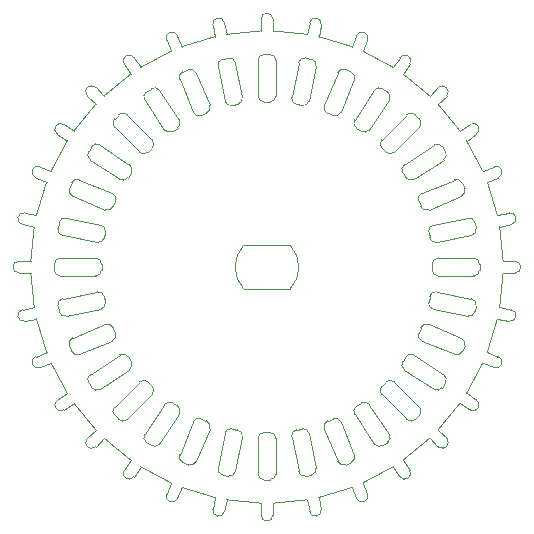
<source format=gko>
G04 #@! TF.GenerationSoftware,KiCad,Pcbnew,5.1.9+dfsg1-1~bpo10+1*
G04 #@! TF.CreationDate,2021-04-19T23:37:59+00:00*
G04 #@! TF.ProjectId,indexingWheel,696e6465-7869-46e6-9757-6865656c2e6b,rev?*
G04 #@! TF.SameCoordinates,Original*
G04 #@! TF.FileFunction,Profile,NP*
%FSLAX46Y46*%
G04 Gerber Fmt 4.6, Leading zero omitted, Abs format (unit mm)*
G04 Created by KiCad (PCBNEW 5.1.9+dfsg1-1~bpo10+1) date 2021-04-19 23:37:59*
%MOMM*%
%LPD*%
G01*
G04 APERTURE LIST*
G04 #@! TA.AperFunction,Profile*
%ADD10C,0.050000*%
G04 #@! TD*
G04 APERTURE END LIST*
D10*
X19707363Y3410261D02*
G75*
G02*
X19994000Y500000I-19707363J-3410261D01*
G01*
X19707000Y3410000D02*
X20694000Y3607000D01*
X18663114Y7189381D02*
G75*
G02*
X19512000Y4391000I-18663114J-7189381D01*
G01*
X16901526Y10691940D02*
G75*
G02*
X18280000Y8113000I-16901526J-10691940D01*
G01*
X14490794Y13784454D02*
G75*
G02*
X16346000Y11524000I-14490794J-13784454D01*
G01*
X11523520Y16346137D02*
G75*
G02*
X13784000Y14491000I-11523520J-16346137D01*
G01*
X8112991Y18280478D02*
G75*
G02*
X10692000Y16902000I-8112991J-18280478D01*
G01*
X4390640Y19511831D02*
G75*
G02*
X7189000Y18663000I-4390640J-19511831D01*
G01*
X499795Y19993603D02*
G75*
G02*
X3410000Y19707000I-499795J-19993603D01*
G01*
X-3410261Y19707363D02*
G75*
G02*
X-500000Y19994000I3410261J-19707363D01*
G01*
X-7189381Y18663114D02*
G75*
G02*
X-4391000Y19512000I7189381J-18663114D01*
G01*
X-10691940Y16901526D02*
G75*
G02*
X-8113000Y18280000I10691940J-16901526D01*
G01*
X-13784454Y14490794D02*
G75*
G02*
X-11524000Y16346000I13784454J-14490794D01*
G01*
X-16346137Y11523520D02*
G75*
G02*
X-14491000Y13784000I16346137J-11523520D01*
G01*
X-18280478Y8112991D02*
G75*
G02*
X-16902000Y10692000I18280478J-8112991D01*
G01*
X-19511831Y4390640D02*
G75*
G02*
X-18663000Y7189000I19511831J-4390640D01*
G01*
X-19993603Y499795D02*
G75*
G02*
X-19707000Y3410000I19993603J-499795D01*
G01*
X-19707363Y-3410261D02*
G75*
G02*
X-19994000Y-500000I19707363J3410261D01*
G01*
X-18663114Y-7189381D02*
G75*
G02*
X-19512000Y-4391000I18663114J7189381D01*
G01*
X-16901526Y-10691940D02*
G75*
G02*
X-18280000Y-8113000I16901526J10691940D01*
G01*
X-14490794Y-13784454D02*
G75*
G02*
X-16346000Y-11524000I14490794J13784454D01*
G01*
X-11523520Y-16346137D02*
G75*
G02*
X-13784000Y-14491000I11523520J16346137D01*
G01*
X-8112991Y-18280478D02*
G75*
G02*
X-10692000Y-16902000I8112991J18280478D01*
G01*
X-4390640Y-19511831D02*
G75*
G02*
X-7189000Y-18663000I4390640J19511831D01*
G01*
X-499795Y-19993603D02*
G75*
G02*
X-3410000Y-19707000I499795J19993603D01*
G01*
X3410261Y-19707363D02*
G75*
G02*
X500000Y-19994000I-3410261J19707363D01*
G01*
X7189381Y-18663114D02*
G75*
G02*
X4391000Y-19512000I-7189381J18663114D01*
G01*
X10691940Y-16901526D02*
G75*
G02*
X8113000Y-18280000I-10691940J16901526D01*
G01*
X13784454Y-14490794D02*
G75*
G02*
X11524000Y-16346000I-13784454J14490794D01*
G01*
X16346137Y-11523520D02*
G75*
G02*
X14491000Y-13784000I-16346137J11523520D01*
G01*
X18280478Y-8112991D02*
G75*
G02*
X16902000Y-10692000I-18280478J8112991D01*
G01*
X19511831Y-4390640D02*
G75*
G02*
X18663000Y-7189000I-19511831J4390640D01*
G01*
X19993603Y-499795D02*
G75*
G02*
X19707000Y-3410000I-19993603J499795D01*
G01*
X14500000Y750000D02*
X17500000Y750000D01*
X14000000Y250000D02*
G75*
G02*
X14500000Y750000I500000J0D01*
G01*
X17500000Y750000D02*
G75*
G02*
X18000000Y250000I0J-500000D01*
G01*
X14000000Y-250000D02*
X14000000Y250000D01*
X18000000Y250000D02*
X18000000Y-250000D01*
X14500009Y-750000D02*
G75*
G02*
X14000000Y-250000I-9J500000D01*
G01*
X18000000Y-250000D02*
G75*
G02*
X17500000Y-750000I-500000J0D01*
G01*
X17500000Y-750000D02*
X14500000Y-750000D01*
X14075000Y3564000D02*
X17017000Y4150000D01*
X13683000Y2976000D02*
G75*
G02*
X14075000Y3564000I490000J98000D01*
G01*
X17017000Y4149000D02*
G75*
G02*
X17605000Y3757000I98000J-490000D01*
G01*
X13780000Y2486000D02*
X13682000Y2976000D01*
X17605000Y3757000D02*
X17703000Y3266000D01*
X14368009Y2094002D02*
G75*
G02*
X13780000Y2486000I-98009J489998D01*
G01*
X17704000Y3266000D02*
G75*
G02*
X17310000Y2678000I-491000J-97000D01*
G01*
X17310000Y2678000D02*
X14368000Y2093000D01*
X13109000Y6242000D02*
X15881000Y7390000D01*
X12839000Y5588000D02*
G75*
G02*
X13109000Y6242000I462000J192000D01*
G01*
X15881000Y7390000D02*
G75*
G02*
X16534000Y7119000I191000J-462000D01*
G01*
X13030000Y5127000D02*
X12839000Y5589000D01*
X16534000Y7119000D02*
X16726000Y6657000D01*
X13683008Y4856003D02*
G75*
G02*
X13030000Y5127000I-191008J461997D01*
G01*
X16726000Y6657000D02*
G75*
G02*
X16455000Y6004000I-462000J-191000D01*
G01*
X16455000Y6004000D02*
X13683000Y4856000D01*
X11640000Y8679000D02*
X14134000Y10346000D01*
X11502000Y7987000D02*
G75*
G02*
X11640000Y8679000I415000J277000D01*
G01*
X14134000Y10346000D02*
G75*
G02*
X14828000Y10208000I278000J-416000D01*
G01*
X11779000Y7570000D02*
X11502000Y7986000D01*
X14828000Y10208000D02*
X15105000Y9792000D01*
X12473007Y7432005D02*
G75*
G02*
X11779000Y7570000I-278007J415995D01*
G01*
X15106000Y9792000D02*
G75*
G02*
X14967000Y9099000I-416000J-277000D01*
G01*
X14967000Y9099000D02*
X12473000Y7432000D01*
X4856000Y13683000D02*
X6004000Y16455000D01*
X5127000Y13030000D02*
G75*
G02*
X4856000Y13683000I191000J462000D01*
G01*
X6004000Y16455000D02*
G75*
G02*
X6657000Y16726000I462000J-191000D01*
G01*
X5589000Y12839000D02*
X5127000Y13030000D01*
X6657000Y16726000D02*
X7119000Y16534000D01*
X6242003Y13110008D02*
G75*
G02*
X5589000Y12839000I-462003J190992D01*
G01*
X7119000Y16534000D02*
G75*
G02*
X7390000Y15881000I-191000J-462000D01*
G01*
X7390000Y15881000D02*
X6242000Y13109000D01*
X7432000Y12473000D02*
X9099000Y14967000D01*
X7570000Y11779000D02*
G75*
G02*
X7432000Y12473000I278000J416000D01*
G01*
X9100000Y14967000D02*
G75*
G02*
X9792000Y15105000I415000J-277000D01*
G01*
X7986000Y11502000D02*
X7570000Y11779000D01*
X9792000Y15105000D02*
X10208000Y14828000D01*
X8679005Y11639007D02*
G75*
G02*
X7986000Y11502000I-415005J277993D01*
G01*
X10208000Y14828000D02*
G75*
G02*
X10346000Y14134000I-278000J-416000D01*
G01*
X10346000Y14134000D02*
X8679000Y11640000D01*
X9723000Y10783000D02*
X11844000Y12905000D01*
X9723000Y10077000D02*
G75*
G02*
X9723000Y10783000I353000J353000D01*
G01*
X11844000Y12904000D02*
G75*
G02*
X12551000Y12905000I354000J-353000D01*
G01*
X10076000Y9723000D02*
X9723000Y10076000D01*
X12551000Y12905000D02*
X12905000Y12551000D01*
X10783006Y9722006D02*
G75*
G02*
X10076000Y9723000I-353006J353994D01*
G01*
X12905000Y12552000D02*
G75*
G02*
X12905000Y11844000I-354000J-354000D01*
G01*
X12905000Y11844000D02*
X10783000Y9723000D01*
X-6242000Y13109000D02*
X-7390000Y15881000D01*
X-5588000Y12839000D02*
G75*
G02*
X-6242000Y13109000I-192000J462000D01*
G01*
X-7390000Y15881000D02*
G75*
G02*
X-7119000Y16534000I462000J191000D01*
G01*
X-5127000Y13030000D02*
X-5589000Y12839000D01*
X-7119000Y16534000D02*
X-6657000Y16726000D01*
X-4856003Y13683008D02*
G75*
G02*
X-5127000Y13030000I-461997J-191008D01*
G01*
X-6657000Y16726000D02*
G75*
G02*
X-6004000Y16455000I191000J-462000D01*
G01*
X-6004000Y16455000D02*
X-4856000Y13683000D01*
X-8679000Y11640000D02*
X-10346000Y14134000D01*
X-7987000Y11502000D02*
G75*
G02*
X-8679000Y11640000I-277000J415000D01*
G01*
X-10346000Y14134000D02*
G75*
G02*
X-10208000Y14828000I416000J278000D01*
G01*
X-7570000Y11779000D02*
X-7986000Y11502000D01*
X-10208000Y14828000D02*
X-9792000Y15105000D01*
X-7432005Y12473007D02*
G75*
G02*
X-7570000Y11779000I-415995J-278007D01*
G01*
X-9792000Y15106000D02*
G75*
G02*
X-9099000Y14967000I277000J-416000D01*
G01*
X-9099000Y14967000D02*
X-7432000Y12473000D01*
X-10783000Y9723000D02*
X-12905000Y11844000D01*
X-10077000Y9723000D02*
G75*
G02*
X-10783000Y9723000I-353000J353000D01*
G01*
X-12904000Y11844000D02*
G75*
G02*
X-12905000Y12551000I353000J354000D01*
G01*
X-9723000Y10076000D02*
X-10076000Y9723000D01*
X-12905000Y12551000D02*
X-12551000Y12905000D01*
X-9722006Y10783006D02*
G75*
G02*
X-9723000Y10076000I-353994J-353006D01*
G01*
X-12552000Y12905000D02*
G75*
G02*
X-11844000Y12905000I354000J-354000D01*
G01*
X-11844000Y12905000D02*
X-9723000Y10783000D01*
X-750000Y14500000D02*
X-750000Y17500000D01*
X-250000Y14000000D02*
G75*
G02*
X-750000Y14500000I0J500000D01*
G01*
X-750000Y17500000D02*
G75*
G02*
X-250000Y18000000I500000J0D01*
G01*
X250000Y14000000D02*
X-250000Y14000000D01*
X-250000Y18000000D02*
X250000Y18000000D01*
X750000Y14500009D02*
G75*
G02*
X250000Y14000000I-500000J-9D01*
G01*
X250000Y18000000D02*
G75*
G02*
X750000Y17500000I0J-500000D01*
G01*
X750000Y17500000D02*
X750000Y14500000D01*
X-3564000Y14075000D02*
X-4150000Y17017000D01*
X-2976000Y13683000D02*
G75*
G02*
X-3564000Y14075000I-98000J490000D01*
G01*
X-4149000Y17017000D02*
G75*
G02*
X-3757000Y17605000I490000J98000D01*
G01*
X-2486000Y13780000D02*
X-2976000Y13682000D01*
X-3757000Y17605000D02*
X-3266000Y17703000D01*
X-2094002Y14368009D02*
G75*
G02*
X-2486000Y13780000I-489998J-98009D01*
G01*
X-3266000Y17704000D02*
G75*
G02*
X-2678000Y17310000I97000J-491000D01*
G01*
X-2678000Y17310000D02*
X-2093000Y14368000D01*
X2093000Y14368000D02*
X2678000Y17310000D01*
X2486000Y13779000D02*
G75*
G02*
X2093000Y14368000I98000J491000D01*
G01*
X2976000Y13682000D02*
X2486000Y13780000D01*
X3565002Y14075008D02*
G75*
G02*
X2976000Y13682000I-491002J97992D01*
G01*
X4150000Y17017000D02*
X3564000Y14075000D01*
X3757000Y17606000D02*
G75*
G02*
X4150000Y17017000I-98000J-491000D01*
G01*
X3266000Y17703000D02*
X3757000Y17605000D01*
X2679000Y17310000D02*
G75*
G02*
X3266000Y17703000I490000J-97000D01*
G01*
X-1966632Y-1850391D02*
G75*
G02*
X-1967000Y1850000I1966632J1850391D01*
G01*
X-1967000Y1850000D02*
X1967000Y1850000D01*
X-1967000Y-1850000D02*
X1967000Y-1850000D01*
X1966632Y1850391D02*
G75*
G02*
X1967000Y-1850000I-1966632J-1850391D01*
G01*
X750000Y-14500000D02*
X750000Y-17500000D01*
X250000Y-14000000D02*
G75*
G02*
X750000Y-14500000I0J-500000D01*
G01*
X750000Y-17500000D02*
G75*
G02*
X250000Y-18000000I-500000J0D01*
G01*
X-250000Y-14000000D02*
X250000Y-14000000D01*
X250000Y-18000000D02*
X-250000Y-18000000D01*
X-750000Y-14500009D02*
G75*
G02*
X-250000Y-14000000I500000J9D01*
G01*
X-250000Y-18000000D02*
G75*
G02*
X-750000Y-17500000I0J500000D01*
G01*
X-750000Y-17500000D02*
X-750000Y-14500000D01*
X3564000Y-14075000D02*
X4150000Y-17017000D01*
X2976000Y-13683000D02*
G75*
G02*
X3564000Y-14075000I98000J-490000D01*
G01*
X4149000Y-17017000D02*
G75*
G02*
X3757000Y-17605000I-490000J-98000D01*
G01*
X2486000Y-13780000D02*
X2976000Y-13682000D01*
X3757000Y-17605000D02*
X3266000Y-17703000D01*
X2094002Y-14368009D02*
G75*
G02*
X2486000Y-13780000I489998J98009D01*
G01*
X3266000Y-17704000D02*
G75*
G02*
X2678000Y-17310000I-97000J491000D01*
G01*
X2678000Y-17310000D02*
X2093000Y-14368000D01*
X6242000Y-13109000D02*
X7390000Y-15881000D01*
X5588000Y-12839000D02*
G75*
G02*
X6242000Y-13109000I192000J-462000D01*
G01*
X7390000Y-15881000D02*
G75*
G02*
X7119000Y-16534000I-462000J-191000D01*
G01*
X5127000Y-13030000D02*
X5589000Y-12839000D01*
X7119000Y-16534000D02*
X6657000Y-16726000D01*
X4856003Y-13683008D02*
G75*
G02*
X5127000Y-13030000I461997J191008D01*
G01*
X6657000Y-16726000D02*
G75*
G02*
X6004000Y-16455000I-191000J462000D01*
G01*
X6004000Y-16455000D02*
X4856000Y-13683000D01*
X8679000Y-11640000D02*
X10346000Y-14134000D01*
X7987000Y-11502000D02*
G75*
G02*
X8679000Y-11640000I277000J-415000D01*
G01*
X10346000Y-14134000D02*
G75*
G02*
X10208000Y-14828000I-416000J-278000D01*
G01*
X7570000Y-11779000D02*
X7986000Y-11502000D01*
X10208000Y-14828000D02*
X9792000Y-15105000D01*
X7432005Y-12473007D02*
G75*
G02*
X7570000Y-11779000I415995J278007D01*
G01*
X9792000Y-15106000D02*
G75*
G02*
X9099000Y-14967000I-277000J416000D01*
G01*
X9099000Y-14967000D02*
X7432000Y-12473000D01*
X13683000Y-4856000D02*
X16455000Y-6004000D01*
X13030000Y-5127000D02*
G75*
G02*
X13683000Y-4856000I462000J-191000D01*
G01*
X16455000Y-6004000D02*
G75*
G02*
X16726000Y-6657000I-191000J-462000D01*
G01*
X12839000Y-5589000D02*
X13030000Y-5127000D01*
X16726000Y-6657000D02*
X16534000Y-7119000D01*
X13110008Y-6242003D02*
G75*
G02*
X12839000Y-5589000I190992J462003D01*
G01*
X16534000Y-7119000D02*
G75*
G02*
X15881000Y-7390000I-462000J191000D01*
G01*
X15881000Y-7390000D02*
X13109000Y-6242000D01*
X12473000Y-7432000D02*
X14967000Y-9099000D01*
X11779000Y-7570000D02*
G75*
G02*
X12473000Y-7432000I416000J-278000D01*
G01*
X14967000Y-9100000D02*
G75*
G02*
X15105000Y-9792000I-277000J-415000D01*
G01*
X11502000Y-7986000D02*
X11779000Y-7570000D01*
X15105000Y-9792000D02*
X14828000Y-10208000D01*
X11639007Y-8679005D02*
G75*
G02*
X11502000Y-7986000I277993J415005D01*
G01*
X14828000Y-10208000D02*
G75*
G02*
X14134000Y-10346000I-416000J278000D01*
G01*
X14134000Y-10346000D02*
X11640000Y-8679000D01*
X10783000Y-9723000D02*
X12905000Y-11844000D01*
X10077000Y-9723000D02*
G75*
G02*
X10783000Y-9723000I353000J-353000D01*
G01*
X12904000Y-11844000D02*
G75*
G02*
X12905000Y-12551000I-353000J-354000D01*
G01*
X9723000Y-10076000D02*
X10076000Y-9723000D01*
X12905000Y-12551000D02*
X12551000Y-12905000D01*
X9722006Y-10783006D02*
G75*
G02*
X9723000Y-10076000I353994J353006D01*
G01*
X12552000Y-12905000D02*
G75*
G02*
X11844000Y-12905000I-354000J354000D01*
G01*
X11844000Y-12905000D02*
X9723000Y-10783000D01*
X-2093000Y-14368000D02*
X-2678000Y-17310000D01*
X-2486000Y-13779000D02*
G75*
G02*
X-2093000Y-14368000I-98000J-491000D01*
G01*
X-2679000Y-17310000D02*
G75*
G02*
X-3266000Y-17703000I-490000J97000D01*
G01*
X-2976000Y-13682000D02*
X-2486000Y-13780000D01*
X-3266000Y-17703000D02*
X-3757000Y-17605000D01*
X-3565002Y-14075008D02*
G75*
G02*
X-2976000Y-13682000I491002J-97992D01*
G01*
X-3757000Y-17606000D02*
G75*
G02*
X-4150000Y-17017000I98000J491000D01*
G01*
X-4150000Y-17017000D02*
X-3564000Y-14075000D01*
X-4856000Y-13683000D02*
X-6004000Y-16455000D01*
X-5127000Y-13030000D02*
G75*
G02*
X-4856000Y-13683000I-191000J-462000D01*
G01*
X-6004000Y-16455000D02*
G75*
G02*
X-6657000Y-16726000I-462000J191000D01*
G01*
X-5589000Y-12839000D02*
X-5127000Y-13030000D01*
X-6657000Y-16726000D02*
X-7119000Y-16534000D01*
X-6242003Y-13110008D02*
G75*
G02*
X-5589000Y-12839000I462003J-190992D01*
G01*
X-7119000Y-16534000D02*
G75*
G02*
X-7390000Y-15881000I191000J462000D01*
G01*
X-7390000Y-15881000D02*
X-6242000Y-13109000D01*
X14368000Y-2093000D02*
X17310000Y-2678000D01*
X13779000Y-2486000D02*
G75*
G02*
X14368000Y-2093000I491000J-98000D01*
G01*
X17310000Y-2679000D02*
G75*
G02*
X17703000Y-3266000I-97000J-490000D01*
G01*
X13682000Y-2976000D02*
X13780000Y-2486000D01*
X17703000Y-3266000D02*
X17605000Y-3757000D01*
X14075008Y-3565002D02*
G75*
G02*
X13682000Y-2976000I97992J491002D01*
G01*
X17606000Y-3757000D02*
G75*
G02*
X17017000Y-4150000I-491000J98000D01*
G01*
X17017000Y-4150000D02*
X14075000Y-3564000D01*
X-13683000Y4856000D02*
X-16455000Y6004000D01*
X-13030000Y5127000D02*
G75*
G02*
X-13683000Y4856000I-462000J191000D01*
G01*
X-16455000Y6004000D02*
G75*
G02*
X-16726000Y6657000I191000J462000D01*
G01*
X-12839000Y5589000D02*
X-13030000Y5127000D01*
X-16726000Y6657000D02*
X-16534000Y7119000D01*
X-13110008Y6242003D02*
G75*
G02*
X-12839000Y5589000I-190992J-462003D01*
G01*
X-16534000Y7119000D02*
G75*
G02*
X-15881000Y7390000I462000J-191000D01*
G01*
X-15881000Y7390000D02*
X-13109000Y6242000D01*
X-12473000Y7432000D02*
X-14967000Y9099000D01*
X-11779000Y7570000D02*
G75*
G02*
X-12473000Y7432000I-416000J278000D01*
G01*
X-14967000Y9100000D02*
G75*
G02*
X-15105000Y9792000I277000J415000D01*
G01*
X-11502000Y7986000D02*
X-11779000Y7570000D01*
X-15105000Y9792000D02*
X-14828000Y10208000D01*
X-11639007Y8679005D02*
G75*
G02*
X-11502000Y7986000I-277993J-415005D01*
G01*
X-14828000Y10208000D02*
G75*
G02*
X-14134000Y10346000I416000J-278000D01*
G01*
X-14134000Y10346000D02*
X-11640000Y8679000D01*
X-14368000Y2093000D02*
X-17310000Y2678000D01*
X-13779000Y2486000D02*
G75*
G02*
X-14368000Y2093000I-491000J98000D01*
G01*
X-17310000Y2679000D02*
G75*
G02*
X-17703000Y3266000I97000J490000D01*
G01*
X-13682000Y2976000D02*
X-13780000Y2486000D01*
X-17703000Y3266000D02*
X-17605000Y3757000D01*
X-14075008Y3565002D02*
G75*
G02*
X-13682000Y2976000I-97992J-491002D01*
G01*
X-17606000Y3757000D02*
G75*
G02*
X-17017000Y4150000I491000J-98000D01*
G01*
X-17017000Y4150000D02*
X-14075000Y3564000D01*
X-14075000Y-3564000D02*
X-17017000Y-4150000D01*
X-13683000Y-2976000D02*
G75*
G02*
X-14075000Y-3564000I-490000J-98000D01*
G01*
X-17017000Y-4149000D02*
G75*
G02*
X-17605000Y-3757000I-98000J490000D01*
G01*
X-13780000Y-2486000D02*
X-13682000Y-2976000D01*
X-17605000Y-3757000D02*
X-17703000Y-3266000D01*
X-14368009Y-2094002D02*
G75*
G02*
X-13780000Y-2486000I98009J-489998D01*
G01*
X-17704000Y-3266000D02*
G75*
G02*
X-17310000Y-2678000I491000J97000D01*
G01*
X-17310000Y-2678000D02*
X-14368000Y-2093000D01*
X-14500000Y-750000D02*
X-17500000Y-750000D01*
X-14000000Y-250000D02*
G75*
G02*
X-14500000Y-750000I-500000J0D01*
G01*
X-17500000Y-750000D02*
G75*
G02*
X-18000000Y-250000I0J500000D01*
G01*
X-14000000Y250000D02*
X-14000000Y-250000D01*
X-18000000Y-250000D02*
X-18000000Y250000D01*
X-14500009Y750000D02*
G75*
G02*
X-14000000Y250000I9J-500000D01*
G01*
X-18000000Y250000D02*
G75*
G02*
X-17500000Y750000I500000J0D01*
G01*
X-17500000Y750000D02*
X-14500000Y750000D01*
X-11640000Y-8679000D02*
X-14134000Y-10346000D01*
X-11502000Y-7987000D02*
G75*
G02*
X-11640000Y-8679000I-415000J-277000D01*
G01*
X-14134000Y-10346000D02*
G75*
G02*
X-14828000Y-10208000I-278000J416000D01*
G01*
X-11779000Y-7570000D02*
X-11502000Y-7986000D01*
X-14828000Y-10208000D02*
X-15105000Y-9792000D01*
X-12473007Y-7432005D02*
G75*
G02*
X-11779000Y-7570000I278007J-415995D01*
G01*
X-15106000Y-9792000D02*
G75*
G02*
X-14967000Y-9099000I416000J277000D01*
G01*
X-14967000Y-9099000D02*
X-12473000Y-7432000D01*
X-13109000Y-6242000D02*
X-15881000Y-7390000D01*
X-12839000Y-5588000D02*
G75*
G02*
X-13109000Y-6242000I-462000J-192000D01*
G01*
X-15881000Y-7390000D02*
G75*
G02*
X-16534000Y-7119000I-191000J462000D01*
G01*
X-13030000Y-5127000D02*
X-12839000Y-5589000D01*
X-16534000Y-7119000D02*
X-16726000Y-6657000D01*
X-13683008Y-4856003D02*
G75*
G02*
X-13030000Y-5127000I191008J-461997D01*
G01*
X-16726000Y-6657000D02*
G75*
G02*
X-16455000Y-6004000I462000J191000D01*
G01*
X-16455000Y-6004000D02*
X-13683000Y-4856000D01*
X-9723000Y-10783000D02*
X-11844000Y-12905000D01*
X-9723000Y-10077000D02*
G75*
G02*
X-9723000Y-10783000I-353000J-353000D01*
G01*
X-11844000Y-12904000D02*
G75*
G02*
X-12551000Y-12905000I-354000J353000D01*
G01*
X-10076000Y-9723000D02*
X-9723000Y-10076000D01*
X-12551000Y-12905000D02*
X-12905000Y-12551000D01*
X-10783006Y-9722006D02*
G75*
G02*
X-10076000Y-9723000I353006J-353994D01*
G01*
X-12905000Y-12552000D02*
G75*
G02*
X-12905000Y-11844000I354000J354000D01*
G01*
X-12905000Y-11844000D02*
X-10783000Y-9723000D01*
X-7432000Y-12473000D02*
X-9099000Y-14967000D01*
X-7570000Y-11779000D02*
G75*
G02*
X-7432000Y-12473000I-278000J-416000D01*
G01*
X-9100000Y-14967000D02*
G75*
G02*
X-9792000Y-15105000I-415000J277000D01*
G01*
X-7986000Y-11502000D02*
X-7570000Y-11779000D01*
X-9792000Y-15105000D02*
X-10208000Y-14828000D01*
X-8679005Y-11639007D02*
G75*
G02*
X-7986000Y-11502000I415005J-277993D01*
G01*
X-10208000Y-14828000D02*
G75*
G02*
X-10346000Y-14134000I278000J416000D01*
G01*
X-10346000Y-14134000D02*
X-8679000Y-11640000D01*
X19994000Y500000D02*
X21000000Y500000D01*
X20498000Y4587000D02*
G75*
G02*
X20694000Y3607000I98000J-490000D01*
G01*
X19512000Y4391000D02*
X20499000Y4587000D01*
X21000000Y500000D02*
G75*
G02*
X21000000Y-500000I0J-500000D01*
G01*
X19994000Y-500000D02*
X21000000Y-500000D01*
X18280000Y8113000D02*
X19210000Y8498000D01*
X19209000Y8498000D02*
G75*
G02*
X19593000Y7574000I192000J-462000D01*
G01*
X18663000Y7189000D02*
X19593000Y7574000D01*
X16346000Y11524000D02*
X17183000Y12083000D01*
X17183000Y12083000D02*
G75*
G02*
X17739000Y11251000I278000J-416000D01*
G01*
X16902000Y10692000D02*
X17739000Y11251000D01*
X13784000Y14491000D02*
X14496000Y15203000D01*
X14495000Y15202000D02*
G75*
G02*
X15203000Y14496000I354000J-353000D01*
G01*
X14491000Y13784000D02*
X15203000Y14496000D01*
X10692000Y16902000D02*
X11251000Y17739000D01*
X11251000Y17739000D02*
G75*
G02*
X12083000Y17183000I416000J-278000D01*
G01*
X11524000Y16346000D02*
X12083000Y17183000D01*
X7189000Y18663000D02*
X7574000Y19593000D01*
X7574000Y19592000D02*
G75*
G02*
X8498000Y19210000I462000J-191000D01*
G01*
X8113000Y18280000D02*
X8498000Y19210000D01*
X3410000Y19707000D02*
X3607000Y20694000D01*
X3607000Y20693000D02*
G75*
G02*
X4587000Y20499000I490000J-97000D01*
G01*
X4391000Y19512000D02*
X4587000Y20499000D01*
X-500000Y19994000D02*
X-500000Y21000000D01*
X-500000Y21000000D02*
G75*
G02*
X500000Y21000000I500000J0D01*
G01*
X500000Y19994000D02*
X500000Y21000000D01*
X-4391000Y19512000D02*
X-4587000Y20499000D01*
X-4587000Y20498000D02*
G75*
G02*
X-3607000Y20694000I490000J98000D01*
G01*
X-3410000Y19707000D02*
X-3607000Y20694000D01*
X-8113000Y18280000D02*
X-8498000Y19210000D01*
X-8498000Y19209000D02*
G75*
G02*
X-7574000Y19593000I462000J192000D01*
G01*
X-7189000Y18663000D02*
X-7574000Y19593000D01*
X-11524000Y16346000D02*
X-12083000Y17183000D01*
X-12083000Y17183000D02*
G75*
G02*
X-11251000Y17739000I416000J278000D01*
G01*
X-10692000Y16902000D02*
X-11251000Y17739000D01*
X-14491000Y13784000D02*
X-15203000Y14496000D01*
X-15202000Y14495000D02*
G75*
G02*
X-14496000Y15203000I353000J354000D01*
G01*
X-13784000Y14491000D02*
X-14496000Y15203000D01*
X-16902000Y10692000D02*
X-17739000Y11251000D01*
X-17739000Y11251000D02*
G75*
G02*
X-17183000Y12083000I278000J416000D01*
G01*
X-16346000Y11524000D02*
X-17183000Y12083000D01*
X-18663000Y7189000D02*
X-19593000Y7574000D01*
X-19592000Y7574000D02*
G75*
G02*
X-19210000Y8498000I191000J462000D01*
G01*
X-18280000Y8113000D02*
X-19210000Y8498000D01*
X-19707000Y3410000D02*
X-20694000Y3607000D01*
X-20693000Y3607000D02*
G75*
G02*
X-20499000Y4587000I97000J490000D01*
G01*
X-19512000Y4391000D02*
X-20499000Y4587000D01*
X-19994000Y-500000D02*
X-21000000Y-500000D01*
X-21000000Y-500000D02*
G75*
G02*
X-21000000Y500000I0J500000D01*
G01*
X-19994000Y500000D02*
X-21000000Y500000D01*
X-19512000Y-4391000D02*
X-20499000Y-4587000D01*
X-20498000Y-4587000D02*
G75*
G02*
X-20694000Y-3607000I-98000J490000D01*
G01*
X-19707000Y-3410000D02*
X-20694000Y-3607000D01*
X-18280000Y-8113000D02*
X-19210000Y-8498000D01*
X-19209000Y-8498000D02*
G75*
G02*
X-19593000Y-7574000I-192000J462000D01*
G01*
X-18663000Y-7189000D02*
X-19593000Y-7574000D01*
X-16346000Y-11524000D02*
X-17183000Y-12083000D01*
X-17183000Y-12083000D02*
G75*
G02*
X-17739000Y-11251000I-278000J416000D01*
G01*
X-16902000Y-10692000D02*
X-17739000Y-11251000D01*
X-13784000Y-14491000D02*
X-14496000Y-15203000D01*
X-14495000Y-15202000D02*
G75*
G02*
X-15203000Y-14496000I-354000J353000D01*
G01*
X-14491000Y-13784000D02*
X-15203000Y-14496000D01*
X-10692000Y-16902000D02*
X-11251000Y-17739000D01*
X-11251000Y-17739000D02*
G75*
G02*
X-12083000Y-17183000I-416000J278000D01*
G01*
X-11524000Y-16346000D02*
X-12083000Y-17183000D01*
X-7189000Y-18663000D02*
X-7574000Y-19593000D01*
X-7574000Y-19592000D02*
G75*
G02*
X-8498000Y-19210000I-462000J191000D01*
G01*
X-8113000Y-18280000D02*
X-8498000Y-19210000D01*
X-3410000Y-19707000D02*
X-3607000Y-20694000D01*
X-3607000Y-20693000D02*
G75*
G02*
X-4587000Y-20499000I-490000J97000D01*
G01*
X-4391000Y-19512000D02*
X-4587000Y-20499000D01*
X500000Y-19994000D02*
X500000Y-21000000D01*
X500000Y-21000000D02*
G75*
G02*
X-500000Y-21000000I-500000J0D01*
G01*
X-500000Y-19994000D02*
X-500000Y-21000000D01*
X4391000Y-19512000D02*
X4587000Y-20499000D01*
X4587000Y-20498000D02*
G75*
G02*
X3607000Y-20694000I-490000J-98000D01*
G01*
X3410000Y-19707000D02*
X3607000Y-20694000D01*
X8113000Y-18280000D02*
X8498000Y-19210000D01*
X8498000Y-19209000D02*
G75*
G02*
X7574000Y-19593000I-462000J-192000D01*
G01*
X7189000Y-18663000D02*
X7574000Y-19593000D01*
X11524000Y-16346000D02*
X12083000Y-17183000D01*
X12083000Y-17183000D02*
G75*
G02*
X11251000Y-17739000I-416000J-278000D01*
G01*
X10692000Y-16902000D02*
X11251000Y-17739000D01*
X14491000Y-13784000D02*
X15203000Y-14496000D01*
X15202000Y-14495000D02*
G75*
G02*
X14496000Y-15203000I-353000J-354000D01*
G01*
X13784000Y-14491000D02*
X14496000Y-15203000D01*
X16902000Y-10692000D02*
X17739000Y-11251000D01*
X17739000Y-11251000D02*
G75*
G02*
X17183000Y-12083000I-278000J-416000D01*
G01*
X16346000Y-11524000D02*
X17183000Y-12083000D01*
X18663000Y-7189000D02*
X19593000Y-7574000D01*
X19592000Y-7574000D02*
G75*
G02*
X19210000Y-8498000I-191000J-462000D01*
G01*
X18280000Y-8113000D02*
X19210000Y-8498000D01*
X19707000Y-3410000D02*
X20694000Y-3607000D01*
X20693000Y-3607000D02*
G75*
G02*
X20499000Y-4587000I-97000J-490000D01*
G01*
X19512000Y-4391000D02*
X20499000Y-4587000D01*
M02*

</source>
